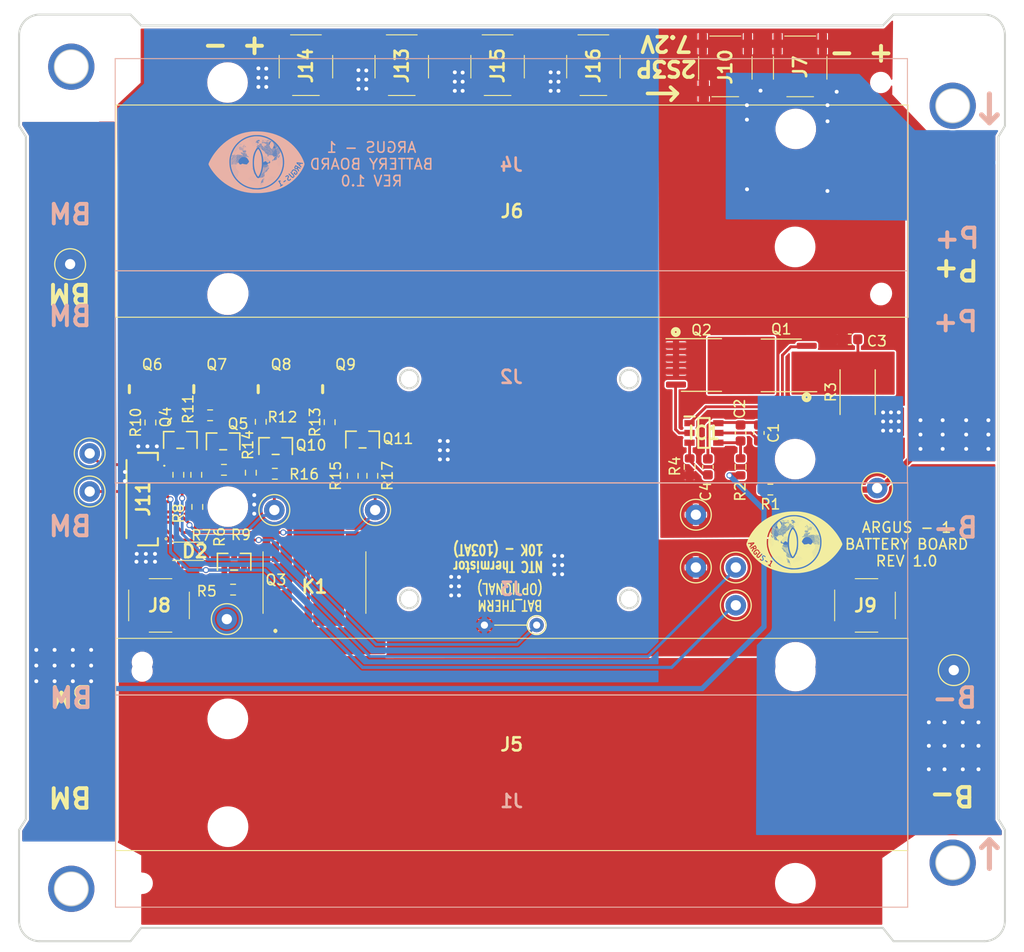
<source format=kicad_pcb>
(kicad_pcb (version 20221018) (generator pcbnew)
  (layers (0 "F.Cu" signal) (31 "B.Cu" signal) (34 "B.Paste" user) (35 "F.Paste" user) (36 "B.SilkS" user "B.Silkscreen") (37 "F.SilkS" user "F.Silkscreen") (38 "B.Mask" user) (39 "F.Mask" user) (44 "Edge.Cuts" user))
  (net 0 "")
  (net 1 "/VDD")
  (net 2 "B-")
  (net 3 "Net-(IC1-VC)")
  (net 4 "BM")
  (net 5 "PACK+")
  (net 6 "Net-(IC1-V-)")
  (net 9 "Net-(C3-Pad1)")
  (net 11 "BAT_THERM")
  (net 13 "Net-(Q1-D-Pad5)")
  (net 14 "Net-(IC1-DOUT)")
  (net 15 "Net-(IC1-COUT)")
  (net 16 "BURN_RELAY_A")
  (net 17 "GND")
  (net 18 "ENAB_BURN1")
  (net 19 "ENAB_BURN2")
  (net 20 "Net-(Q4-G)")
  (net 21 "Net-(Q5-G)")
  (net 22 "Net-(Q4-D)")
  (net 23 "/VBURN_A_IN")
  (net 24 "Net-(Q5-D)")
  (net 25 "VBATT")
  (net 26 "/VBURN3")
  (net 27 "/VBURN1")
  (net 28 "/VBURN2")
  (net 29 "/VBURN4")
  (net 30 "Net-(D2-A)")
  (net 31 "Net-(Q10-D)")
  (net 32 "Net-(Q11-D)")
  (net 33 "Net-(Q10-G)")
  (net 34 "Net-(Q11-G)")
  (net 35 "ENAB_BURN3")
  (net 36 "ENAB_BURN4")
  (net 37 "PACK-")
  (footprint "SamacSys_Parts:KEYSTONE-1042" (layer "F.Cu") (at 101.1174 124.8448 180)
    (fp_text reference locked "J5")
    (fp_text value "1042" hide)
  )
  (footprint "SamacSys_Parts:KEYSTONE-1042" (layer "F.Cu") (at 101.1428 72.945)
    (fp_text reference locked "J6")
    (fp_text value "1042" hide)
  )
  (footprint "Capacitor_SMD:C_0603_1608Metric" (layer "F.Cu") (at 125.15 94.532 -90)
    (fp_text reference locked "C1")
    (fp_text value "0.1uF")
  )
  (footprint "Capacitor_SMD:C_0603_1608Metric" (layer "F.Cu") (at 123.372 94.532 -90)
    (fp_text reference locked "C2")
    (fp_text value "0.1uF")
  )
  (footprint "Capacitor_SMD:C_0603_1608Metric" (layer "F.Cu") (at 120.197 97.834 -90)
    (fp_text reference locked "C4")
    (fp_text value "0.1uF")
  )
  (footprint "Capacitor_SMD:C_0603_1608Metric" (layer "F.Cu") (at 133.998 85.4165 180)
    (fp_text reference locked "C3")
    (fp_text value "0.1uF")
  )
  (footprint "Resistor_SMD:R_0603_1608Metric" (layer "F.Cu") (at 126.27 100.04 180)
    (fp_text reference locked "R1")
    (fp_text value "330")
  )
  (footprint "Resistor_SMD:R_0603_1608Metric" (layer "F.Cu") (at 123.372 97.834 90)
    (fp_text reference locked "R2")
    (fp_text value "330")
  )
  (footprint "Package_SO:SOIC-8_3.9x4.9mm_P1.27mm" (layer "F.Cu") (at 119.57 87.92)
    (fp_text reference locked "Q2")
    (fp_text value "IRF7458")
  )
  (footprint "Package_SO:SOIC-8_3.9x4.9mm_P1.27mm" (layer "F.Cu") (at 127.3305 87.9565 180)
    (fp_text reference locked "Q1")
    (fp_text value "IRF7458")
  )
  (footprint "Resistor_SMD:R_0603_1608Metric" (layer "F.Cu") (at 118.419 97.834 -90)
    (fp_text reference locked "R4")
    (fp_text value "1K")
  )
  (footprint "Resistor_SMD:R_2512_6332Metric" (layer "F.Cu") (at 134.76 90.56 90)
    (fp_text reference locked "R3")
    (fp_text value "0.01")
  )
  (footprint "TestPoint:TestPoint_Loop_D1.80mm_Drill1.0mm_Beaded" (layer "F.Cu") (at 144.11 117.61)
    (fp_text reference "TP1" hide)
    (fp_text value "TestPoint")
  )
  (footprint "TestPoint:TestPoint_Loop_D1.80mm_Drill1.0mm_Beaded" (layer "F.Cu") (at 58.166 78.105)
    (fp_text reference "TP2" hide)
    (fp_text value "TestPoint")
  )
  (footprint "TestPoint:TestPoint_Loop_D1.80mm_Drill1.0mm_Beaded" (layer "F.Cu") (at 119.0244 102.489)
    (fp_text reference "TP3" hide)
    (fp_text value "TestPoint")
  )
  (footprint "TestPoint:TestPoint_Loop_D1.80mm_Drill1.0mm_Beaded" (layer "F.Cu") (at 136.652 99.8982)
    (fp_text reference "TP4" hide)
    (fp_text value "TestPoint")
  )
  (footprint "SamacSys_Parts:SM02BSFHRSTFLFSN" (layer "F.Cu") (at 129.17 58.86 -90)
    (fp_text reference locked "J7")
    (fp_text value "SM02B-SFHRS-TF_LF__SN_" hide)
  )
  (footprint "Resistor_THT:R_Axial_DIN0204_L3.6mm_D1.6mm_P5.08mm_Vertical" (layer "F.Cu") (at 103.54 113.23 180)
    (fp_text reference "TH1" hide)
    (fp_text value "Thermistor")
  )
  (footprint "custom-footprints:MountingHole_3.2mm_M3_DIN965_PadMOD" (layer "F.Cu") (at 144.0053 136.3499)
    (fp_text reference "H4" hide)
    (fp_text value "MountingHole_Pad")
  )
  (footprint "custom-footprints:MountingHole_3.2mm_M3_DIN965_PadMOD" (layer "F.Cu") (at 58.2803 58.8899)
    (fp_text reference "H2" hide)
    (fp_text value "MountingHole_Pad")
  )
  (footprint "custom-footprints:MountingHole_3.2mm_M3_DIN965_PadMOD" (layer "F.Cu") (at 58.2803 138.8899)
    (fp_text reference "H1" hide)
    (fp_text value "MountingHole_Pad")
  )
  (footprint "SamacSys_Parts:914620389" (layer "F.Cu") (at 81.93 109.49)
    (fp_text reference locked "K1")
    (fp_text value "9-1462038-9" hide)
  )
  (footprint "mainboard:NDS8434" (layer "F.Cu") (at 66.6119 88.07)
    (fp_text reference locked "Q6")
    (fp_text value "NDS8434" hide)
  )
  (footprint "TestPoint:TestPoint_Loop_D1.80mm_Drill1.0mm_Beaded" (layer "F.Cu") (at 119.0244 107.6198)
    (fp_text reference "TP5" hide)
    (fp_text value "TestPoint")
  )
  (footprint "SamacSys_Parts:POWERDI_123" (layer "F.Cu") (at 70.297 106.045)
    (fp_text reference "D2")
    (fp_text value "DFLS130L-7" hide)
  )
  (footprint "Resistor_SMD:R_0603_1608Metric" (layer "F.Cu") (at 70.4342 98.6028 -90)
    (fp_text reference locked "R6")
    (fp_text value "10k")
  )
  (footprint "SamacSys_Parts:SM02BSFHRSTFLFSN" (layer "F.Cu") (at 90.42 58.74 -90)
    (fp_text reference locked "J13")
    (fp_text value "SM02B-SFHRS-TF_LF__SN_" hide)
  )
  (footprint "Resistor_SMD:R_0603_1608Metric" (layer "F.Cu") (at 70.5358 101.727 -90)
    (fp_text reference locked "R7")
    (fp_text value "10k")
  )
  (footprint "Resistor_SMD:R_0603_1608Metric" (layer "F.Cu") (at 78.0796 98.5012)
    (fp_text reference locked "R16")
    (fp_text value "10k")
  )
  (footprint "Resistor_SMD:R_0603_1608Metric" (layer "F.Cu") (at 76.708 93.4466 90)
    (fp_text reference locked "R12")
    (fp_text value "100k")
  )
  (footprint "TestPoint:TestPoint_Loop_D1.80mm_Drill1.0mm_Beaded" (layer "F.Cu") (at 73.406 112.649)
    (fp_text reference "TP6" hide)
    (fp_text value "TestPoint")
  )
  (footprint "mainboard:NDS8434" (layer "F.Cu") (at 72.877933 88.07)
    (fp_text reference locked "Q7")
    (fp_text value "NDS8434" hide)
  )
  (footprint "Resistor_SMD:R_0603_1608Metric" (layer "F.Cu") (at 71.7804 92.8116 180)
    (fp_text reference locked "R11")
    (fp_text value "100k")
  )
  (footprint "SamacSys_Parts:SM02BSFHRSTFLFSN" (layer "F.Cu") (at 109.06 58.74 -90)
    (fp_text reference locked "J16")
    (fp_text value "SM02B-SFHRS-TF_LF__SN_" hide)
  )
  (footprint "TestPoint:TestPoint_Loop_D1.80mm_Drill1.0mm_Beaded" (layer "F.Cu") (at 122.9106 111.3028)
    (fp_text reference "TP7" hide)
    (fp_text value "TestPoint")
  )
  (footprint "Resistor_SMD:R_0603_1608Metric" (layer "F.Cu") (at 83.4094 93.4842 90)
    (fp_text reference locked "R13")
    (fp_text value "100k")
  )
  (footprint "TestPoint:TestPoint_Loop_D1.80mm_Drill1.0mm_Beaded" (layer "F.Cu") (at 78.0288 102.0318)
    (fp_text reference "TP10" hide)
    (fp_text value "TestPoint")
  )
  (footprint "Resistor_SMD:R_0603_1608Metric" (layer "F.Cu") (at 75.7428 98.3996 -90)
    (fp_text reference locked "R14")
    (fp_text value "4.7k")
  )
  (footprint "SamacSys_Parts:SM02BSFHRSTFLFSN" (layer "F.Cu") (at 66.81 111.3126)
    (fp_text reference locked "J8")
    (fp_text value "SM02B-SFHRS-TF_LF__SN_" hide)
  )
  (footprint "mainboard:SOT-23" (layer "F.Cu") (at 74.1172 107.061)
    (fp_text reference locked "Q3")
    (fp_text value "MMBT2222AT" hide)
  )
  (footprint "Resistor_SMD:R_0603_1608Metric" (layer "F.Cu") (at 87.5588 98.7044 90)
    (fp_text reference locked "R17")
    (fp_text value "10k")
  )
  (footprint "Resistor_SMD:R_0603_1608Metric" (layer "F.Cu") (at 85.6488 98.7044 -90)
    (fp_text reference locked "R15")
    (fp_text value "4.7k")
  )
  (footprint "mainboard:SOT-23" (layer "F.Cu") (at 78.1558 95.8088)
    (fp_text reference locked "Q10")
    (fp_text value "IRLML2803" hide)
  )
  (footprint "SamacSys_Parts:SM02BSFHRSTFLFSN" (layer "F.Cu") (at 135.4738 111.3126)
    (fp_text reference locked "J9")
    (fp_text value "SM02B-SFHRS-TF_LF__SN_" hide)
  )
  (footprint "SamacSys_Parts:SM02BSFHRSTFLFSN" (layer "F.Cu") (at 81.1 58.74 -90)
    (fp_text reference locked "J14")
    (fp_text value "SM02B-SFHRS-TF_LF__SN_" hide)
  )
  (footprint "SamacSys_Parts:F3311A7H121014E200" (layer "F.Cu") (at 65.175 100.97 -90)
    (fp_text reference locked "J11")
    (fp_text value "F3311A7H121014E200" hide)
  )
  (footprint "Symbol:Argus LOGO 10x6.4" (layer "F.Cu") (at 128.4732 105.1306)
    (fp_text reference "G***" hide)
    (fp_text value "LOGO" hide)
  )
  (footprint "mainboard:SOT-23" (layer "F.Cu") (at 73.0504 95.3516)
    (fp_text reference locked "Q5")
    (fp_text value "IRLML2803" hide)
  )
  (footprint "mainboard:NDS8434" (layer "F.Cu") (at 85.41 88.07)
    (fp_text reference locked "Q9")
    (fp_text value "NDS8434" hide)
  )
  (footprint "SamacSys_Parts:SOT95P280X140-6N" (layer "F.Cu") (at 119.8088 94.5286)
    (fp_text reference locked "IC1")
    (fp_text value "R5460N233AF-TR-FE" hide)
  )
  (footprint "TestPoint:TestPoint_Loop_D1.80mm_Drill1.0mm_Beaded" (layer "F.Cu") (at 87.8332 102.0318)
    (fp_text reference "TP11" hide)
    (fp_text value "TestPoint")
  )
  (footprint "Resistor_SMD:R_0603_1608Metric" (layer "F.Cu") (at 65.9748 93.5154 90)
    (fp_text reference locked "R10")
    (fp_text value "100k")
  )
  (footprint "TestPoint:TestPoint_Loop_D1.80mm_Drill1.0mm_Beaded" (layer "F.Cu") (at 60.071 100.2284)
    (fp_text reference "TP12" hide)
    (fp_text value "TestPoint")
  )
  (footprint "SamacSys_Parts:SM02BSFHRSTFLFSN" (layer "F.Cu") (at 99.74 58.74 -90)
    (fp_text reference locked "J15")
    (fp_text value "SM02B-SFHRS-TF_LF__SN_" hide)
  )
  (footprint "TestPoint:TestPoint_Loop_D1.80mm_Drill1.0mm_Beaded" (layer "F.Cu") (at 60.071 96.52)
    (fp_text reference "TP9" hide)
    (fp_text value "TestPoint")
  )
  (footprint "Resistor_SMD:R_0603_1608Metric" (layer "F.Cu") (at 73.1266 98.1202 180)
    (fp_text reference locked "R9")
    (fp_text value "4.7k")
  )
  (footprint "mainboard:NDS8434" (layer "F.Cu") (at 79.143966 88.07)
    (fp_text reference locked "Q8")
    (fp_text value "NDS8434" hide)
  )
  (footprint "Resistor_SMD:R_0603_1608Metric" (layer "F.Cu") (at 74.0156 109.7788)
    (fp_text reference locked "R5")
    (fp_text value "10k")
  )
  (footprint "Resistor_SMD:R_0603_1608Metric" (layer "F.Cu") (at 68.692 98.6028 -90)
    (fp_text reference locked "R8")
    (fp_text value "4.7k")
  )
  (footprint "mainboard:SOT-23" (layer "F.Cu") (at 68.8848 95.2119)
    (fp_text reference locked "Q4")
    (fp_text value "IRLML2803" hide)
  )
  (footprint "mainboard:SOT-23" (layer "F.Cu") (at 86.6088 95.1744)
    (fp_text reference locked "Q11")
    (fp_text value "IRLML2803" hide)
  )
  (footprint "TestPoint:TestPoint_Loop_D1.80mm_Drill1.0mm_Beaded" (layer "F.Cu") (at 122.9106 107.6198)
    (fp_text reference "TP8" hide)
    (fp_text value "TestPoint")
  )
  (footprint "SamacSys_Parts:SM02BSFHRSTFLFSN" (layer "F.Cu") (at 121.89 58.86 -90)
    (fp_text reference locked "J10")
    (fp_text value "SM02B-SFHRS-TF_LF__SN_" hide)
  )
  (footprint "SamacSys_Parts:KEYSTONE-1042" (layer "B.Cu") (at 101.0764 89.0788)
    (fp_text reference locked "J2")
    (fp_text value "1042" hide)
  )
  (footprint "SamacSys_Parts:KEYSTONE-1042" (layer "B.Cu") (at 101.1018 130.3538 180)
    (fp_text reference locked "J1")
    (fp_text value "1042" hide)
  )
  (footprint "SamacSys_Parts:KEYSTONE-1042" (layer "B.Cu") (at 101.1018 109.7036 180)
    (fp_text reference locked "J3")
    (fp_text value "1042" hide)
  )
  (footprint "custom-footprints:MountingHole_3.2mm_M3_DIN965_PadMOD" (layer "B.Cu") (at 144.0053 62.6899 180)
    (fp_text reference "H3" hide)
    (fp_text value "MountingHole_Pad")
  )
  (footprint "SamacSys_Parts:KEYSTONE-1042" (layer "B.Cu") (at 101.0764 68.4286)
    (fp_text reference locked "J4")
    (fp_text value "1042" hide)
  )
  (footprint "Symbol:Argus LOGO 10x6.4" (layer "B.Cu") (at 76.4286 68.1482 180)
    (fp_text reference "G***" hide)
    (fp_text value "LOGO" hide)
  )
  (gr_line locked (start 148.336 63.5762) (end 147.574 64.3382) (stroke (width 0.5)) (layer "B.SilkS"))
  (gr_line locked (start 146.812 63.5762) (end 147.574 64.3382) (stroke (width 0.5)) (layer "B.SilkS"))
  (gr_line locked (start 147.574 136.906) (end 147.574 134.112) (stroke (width 0.5)) (layer "B.SilkS"))
  (gr_line locked (start 146.812 134.874) (end 147.574 134.112) (stroke (width 0.5)) (layer "B.SilkS"))
  (gr_line locked (start 148.336 134.874) (end 147.574 134.112) (stroke (width 0.5)) (layer "B.SilkS"))
  (gr_line locked (start 147.574 61.5442) (end 147.574 64.3382) (stroke (width 0.5)) (layer "B.SilkS"))
  (gr_circle locked (center 129.794 91.059) (end 129.8702 91.0844) (stroke (width 0.4)) (fill none) (layer "F.SilkS"))
  (gr_line locked (start 114.3254 61.4934) (end 117.221 61.4934) (stroke (width 0.355)) (layer "F.SilkS"))
  (gr_circle locked (center 117.0686 84.709) (end 117.1448 84.7344) (stroke (width 0.4)) (fill none) (layer "F.SilkS"))
  (gr_line locked (start 117.221 61.4934) (end 116.6114 62.1538) (stroke (width 0.355)) (layer "F.SilkS"))
  (gr_line locked (start 117.221 61.4934) (end 116.5606 60.8838) (stroke (width 0.355)) (layer "F.SilkS"))
  (gr_line locked (start 137.2105 142.694172) (end 138.2458 143.99) (stroke (width 0.2)) (layer "Edge.Cuts"))
  (gr_circle locked (center 58.28 58.9) (end 56.68 58.9) (stroke (width 0.2)) (fill none) (layer "Edge.Cuts"))
  (gr_line locked (start 53.863645 132.1155) (end 53.2 133.1508) (stroke (width 0.2)) (layer "Edge.Cuts"))
  (gr_line locked (start 65.0745 54.877968) (end 137.2105 54.877968) (stroke (width 0.2)) (layer "Edge.Cuts"))
  (gr_circle locked (center 58.28 138.9) (end 56.68 138.9) (stroke (width 0.2)) (fill none) (layer "Edge.Cuts"))
  (gr_circle locked (center 112.535 110.682582) (end 111.635 110.682582) (stroke (width 0.2)) (fill none) (layer "Edge.Cuts"))
  (gr_line locked (start 55.2 143.99) (end 64.0392 143.99) (stroke (width 0.2)) (layer "Edge.Cuts"))
  (gr_arc locked (start 53.2 55.82) (mid 53.785776 54.405757) (end 55.2 53.82) (stroke (width 0.2)) (layer "Edge.Cuts"))
  (gr_line locked (start 53.2 133.1508) (end 53.2 141.99) (stroke (width 0.2)) (layer "Edge.Cuts"))
  (gr_line locked (start 137.2105 54.877968) (end 138.2458 53.82) (stroke (width 0.2)) (layer "Edge.Cuts"))
  (gr_line locked (start 138.2458 53.82) (end 147.085 53.82) (stroke (width 0.2)) (layer "Edge.Cuts"))
  (gr_line locked (start 148.457179 65.6945) (end 148.457179 132.1155) (stroke (width 0.2)) (layer "Edge.Cuts"))
  (gr_line locked (start 55.2 53.82) (end 64.0392 53.82) (stroke (width 0.2)) (layer "Edge.Cuts"))
  (gr_line locked (start 64.0392 53.82) (end 65.0745 54.877968) (stroke (width 0.2)) (layer "Edge.Cuts"))
  (gr_circle locked (center 112.535 89.282582) (end 111.635 89.282582) (stroke (width 0.2)) (fill none) (layer "Edge.Cuts"))
  (gr_line locked (start 149.085 64.6592) (end 148.457179 65.6945) (stroke (width 0.2)) (layer "Edge.Cuts"))
  (gr_line locked (start 148.457179 132.1155) (end 149.085 133.1508) (stroke (width 0.2)) (layer "Edge.Cuts"))
  (gr_circle locked (center 144.005 62.7) (end 142.405 62.7) (stroke (width 0.2)) (fill none) (layer "Edge.Cuts"))
  (gr_line locked (start 65.0745 142.694172) (end 137.2105 142.694172) (stroke (width 0.2)) (layer "Edge.Cuts"))
  (gr_line locked (start 138.2458 143.99) (end 147.085 143.99) (stroke (width 0.2)) (layer "Edge.Cuts"))
  (gr_line locked (start 53.863645 65.6945) (end 53.863645 132.1155) (stroke (width 0.2)) (layer "Edge.Cuts"))
  (gr_arc locked (start 149.085 141.99) (mid 148.499213 143.404213) (end 147.085 143.99) (stroke (width 0.2)) (layer "Edge.Cuts"))
  (gr_circle locked (center 91.135 110.682582) (end 90.235 110.682582) (stroke (width 0.2)) (fill none) (layer "Edge.Cuts"))
  (gr_line locked (start 53.2 64.6592) (end 53.863645 65.6945) (stroke (width 0.2)) (layer "Edge.Cuts"))
  (gr_arc locked (start 55.2 143.99) (mid 53.785803 143.404201) (end 53.2 141.99) (stroke (width 0.2)) (layer "Edge.Cuts"))
  (gr_line locked (start 64.0392 143.99) (end 65.0745 142.694172) (stroke (width 0.2)) (layer "Edge.Cuts"))
  (gr_line locked (start 149.085 133.1508) (end 149.085 141.99) (stroke (width 0.2)) (layer "Edge.Cuts"))
  (gr_line locked (start 149.085 55.82) (end 149.085 64.6592) (stroke (width 0.2)) (layer "Edge.Cuts"))
  (gr_circle locked (center 144.005 136.36) (end 142.405 136.36) (stroke (width 0.2)) (fill none) (layer "Edge.Cuts"))
  (gr_line locked (start 53.2 55.82) (end 53.2 64.6592) (stroke (width 0.2)) (layer "Edge.Cuts"))
  (gr_arc locked (start 147.085 53.82) (mid 148.499214 54.405786) (end 149.085 55.82) (stroke (width 0.2)) (layer "Edge.Cuts"))
  (gr_circle locked (center 91.135 89.282582) (end 90.235 89.282582) (stroke (width 0.2)) (fill none) (layer "Edge.Cuts"))
  (gr_text locked "BM" (at 58.166 103.632) (layer "B.SilkS") (effects (font (size 1.905 1.905) (thickness 0.381)) (justify mirror)))
  (gr_text locked "BM" (at 58.166 83.185) (layer "B.SilkS") (effects (font (size 1.905 1.905) (thickness 0.381)) (justify mirror)))
  (gr_text locked "BM" (at 58.166 73.279) (layer "B.SilkS") (effects (font (size 1.905 1.905) (thickness 0.381)) (justify mirror)))
  (gr_text locked "BM" (at 58.2676 120.3452) (layer "B.SilkS") (effects (font (size 1.905 1.905) (thickness 0.381)) (justify mirror)))
  (gr_text locked "B-" (at 144.1958 120.3198) (layer "B.SilkS") (effects (font (size 1.905 1.905) (thickness 0.381)) (justify mirror)))
  (gr_text locked "B-" (at 144.272 103.759) (layer "B.SilkS") (effects (font (size 1.905 1.905) (thickness 0.381)) (justify mirror)))
  (gr_text locked "P+" (at 144.272 83.693) (layer "B.SilkS") (effects (font (size 1.905 1.905) (thickness 0.381)) (justify mirror)))
  (gr_text locked "P+" (at 144.4244 75.5904) (layer "B.SilkS") (effects (font (size 1.905 1.905) (thickness 0.381)) (justify mirror)))
  (gr_text "ARGUS - 1\nBATTERY BOARD\nREV 1.0" (at 87.4776 70.612) (layer "B.SilkS") (effects (font (size 1.016 1.016) (thickness 0.1524)) (justify bottom mirror)))
  (gr_text locked "BM" (at 58.2676 120.1166 180) (layer "F.SilkS") (effects (font (size 1.905 1.905) (thickness 0.381))))
  (gr_text locked "B-" (at 143.9418 129.8448 180) (layer "F.SilkS") (effects (font (size 1.905 1.905) (thickness 0.381))))
  (gr_text locked "P+" (at 144.33 78.66 180) (layer "F.SilkS") (effects (font (size 1.905 1.905) (thickness 0.381))))
  (gr_text locked "BM" (at 58.0898 80.9752 180) (layer "F.SilkS") (effects (font (size 1.905 1.905) (thickness 0.381))))
  (gr_text locked "- +" (at 135.128 57.4548) (layer "F.SilkS") (effects (font (size 1.905 1.905) (thickness 0.381))))
  (gr_text locked "NTC Thermistor\n10K - (103AT)" (at 99.7966 106.7054 180) (layer "F.SilkS") (effects (font (size 1.016 0.762) (thickness 0.1905) bold)))
  (gr_text locked "2S3P\n7.2V" (at 116.1288 57.8612 180) (layer "F.SilkS") (effects (font (size 1.5 1.5) (thickness 0.355) bold)))
  (gr_text locked "BAT_THERM\n(OPTIONAL)" (at 100.9396 110.49 180) (layer "F.SilkS") (effects (font (size 1.016 0.762) (thickness 0.1524) bold)))
  (gr_text "- +" (at 74.1934 56.7182) (layer "F.SilkS") (effects (font (size 1.905 1.905) (thickness 0.381))))
  (gr_text locked "BM" (at 58.16 129.96 180) (layer "F.SilkS") (effects (font (size 1.905 1.905) (thickness 0.381))))
  (gr_text "ARGUS - 1\nBATTERY BOARD\nREV 1.0" (at 139.5222 107.5944) (layer "F.SilkS") (effects (font (size 1.016 1.016) (thickness 0.1524)) (justify bottom)))
  (segment (start 125.4825 95.652) (end 125.4825 100.04) (width 0.2794) (layer "F.Cu") (net 1))
  (segment (start 124.388 94.532) (end 125.15 95.294) (width 0.2794) (layer "F.Cu") (net 1))
  (segment (start 121.216 94.532) (end 124.388 94.532) (width 0.2794) (layer "F.Cu") (net 1))
  (segment (start 125.15 95.3195) (end 125.4825 95.652) (width 0.2794) (layer "F.Cu") (net 1))
  (segment (start 125.15 95.294) (end 125.15 95.3195) (width 0.2794) (layer "F.Cu") (net 1))
  (segment (start 124.9215 93.516) (end 125.15 93.7445) (width 0.2794) (layer "F.Cu") (net 2))
  (segment (start 120.197 97.0465) (end 120.197 93.8216) (width 0.2794) (layer "F.Cu") (net 2))
  (segment (start 123.372 93.516) (end 124.9215 93.516) (width 0.2794) (layer "F.Cu") (net 2))
  (segment (start 133.0285 93.7445) (end 133.2145 93.5585) (width 0.2794) (layer "F.Cu") (net 2))
  (segment (start 120.4366 93.582) (end 121.216 93.582) (width 0.2794) (layer "F.Cu") (net 2))
  (segment (start 120.197 93.8216) (end 120.4366 93.582) (width 0.2794) (layer "F.Cu") (net 2))
  (segment (start 121.282 93.516) (end 123.372 93.516) (width 0.2794) (layer "F.Cu") (net 2))
  (segment (start 121.216 93.582) (end 121.282 93.516) (width 0.2794) (layer "F.Cu") (net 2))
  (segment (start 123.372 93.7445) (end 123.372 93.516) (width 0.2794) (layer "F.Cu") (net 2))
  (segment (start 125.15 93.7445) (end 133.0285 93.7445) (width 0.2794) (layer "F.Cu") (net 2))
  (via (at 143.21 124.976) (size 0.5842) (drill 0.381) (layers "F.Cu" "B.Cu") (net 2))
  (via (at 146.512 124.976) (size 0.5842) (drill 0.381) (layers "F.Cu" "B.Cu") (net 2))
  (via (at 144.988 124.976) (size 0.5842) (drill 0.381) (layers "F.Cu" "B.Cu") (net 2))
  (via (at 141.686 124.976) (size 0.5842) (drill 0.381) (layers "F.Cu" "B.Cu") (net 2))
  (via (at 146.512 127.262) (size 0.5842) (drill 0.381) (layers "F.Cu" "B.Cu") (net 2))
  (via (at 141.686 127.262) (size 0.5842) (drill 0.381) (layers "F.Cu" "B.Cu") (net 2))
  (via (at 143.21 127.262) (size 0.5842) (drill 0.381) (layers "F.Cu" "B.Cu") (net 2))
  (via (at 144.988 127.262) (size 0.5842) (drill 0.381) (layers "F.Cu" "B.Cu") (net 2))
  (via (at 137.9985 93.4175) (size 0.5842) (drill 0.381) (layers "F.Cu" "B.Cu") (net 2))
  (via (at 138.7605 93.4175) (size 0.5842) (drill 0.381) (layers "F.Cu" "B.Cu") (net 2))
  (via (at 137.2365 93.4175) (size 0.5842) (drill 0.381) (layers "F.Cu" "B.Cu") (net 2))
  (via (at 137.9985 94.3065) (size 0.5842) (drill 0.381) (layers "F.Cu" "B.Cu") (net 2))
  (via (at 137.2365 94.3065) (size 0.5842) (drill 0.381) (layers "F.Cu" "B.Cu") (net 2))
  (via (at 138.7605 94.3065) (size 0.5842) (drill 0.381) (layers "F.Cu" "B.Cu") (net 2))
  (via (at 137.9985 92.5285) (size 0.5842) (drill 0.381) (layers "F.Cu" "B.Cu") (net 2))
  (via (at 141.686 122.69) (size 0.5842) (drill 0.381) (layers "F.Cu" "B.Cu") (net 2))
  (via (at 146.512 122.69) (size 0.5842) (drill 0.381) (layers "F.Cu" "B.Cu") (net 2))
  (via (at 138.7605 92.5285) (size 0.5842) (drill 0.381) (layers "F.Cu" "B.Cu") (net 2))
  (via (at 137.2365 92.5285) (size 0.5842) (drill 0.381) (layers "F.Cu" "B.Cu") (net 2))
  (via (at 143.21 122.69) (size 0.5842) (drill 0.381) (layers "F.Cu" "B.Cu") (net 2))
  (via (at 144.988 122.69) (size 0.5842) (drill 0.381) (layers "F.Cu" "B.Cu") (net 2))
  (segment (start 121.216 95.482) (end 123.2095 95.482) (width 0.2794) (layer "F.Cu") (net 3))
  (segment (start 123.372 95.3195) (end 123.372 97.0465) (width 0.2794) (layer "F.Cu") (net 3))
  (segment (start 123.2095 95.482) (end 123.372 95.3195) (width 0.2794) (layer "F.Cu") (net 3))
  (segment (start 123.3653 98.6282) (end 122.337198 98.6282) (width 0.508) (layer "F.Cu") (net 4))
  (segment (start 122.330498 98.6215) (end 122.292498 98.6595) (width 0.2794) (layer "F.Cu") (net 4))
  (segment (start 122.337198 98.6282) (end 122.330498 98.6215) (width 0.508) (layer "F.Cu") (net 4))
  (segment (start 123.372 98.6215) (end 123.3653 98.6282) (width 0.508) (layer "F.Cu") (net 4))
  (via (at 54.876 117.166) (size 0.5842) (drill 0.381) (layers "F.Cu" "B.Cu") (net 4))
  (via (at 58.432 117.166) (size 0.5842) (drill 0.381) (layers "F.Cu" "B.Cu") (net 4))
  (via (at 56.654 117.166) (size 0.5842) (drill 0.381) (layers "F.Cu" "B.Cu") (net 4))
  (via (at 60.21 117.166) (size 0.5842) (drill 0.381) (layers "F.Cu" "B.Cu") (net 4))
  (via (at 60.21 118.69) (size 0.5842) (drill 0.381) (layers "F.Cu" "B.Cu") (net 4))
  (via (at 58.432 118.69) (size 0.5842) (drill 0.381) (layers "F.Cu" "B.Cu") (net 4))
  (via (at 54.876 118.69) (size 0.5842) (drill 0.381) (layers "F.Cu" "B.Cu") (net 4))
  (via (at 56.654 118.69) (size 0.5842) (drill 0.381) (layers "F.Cu" "B.Cu") (net 4))
  (via (at 56.654 115.642) (size 0.5842) (drill 0.381) (layers "F.Cu" "B.Cu") (net 4))
  (via (at 58.432 115.642) (size 0.5842) (drill 0.381) (layers "F.Cu" "B.Cu") (net 4))
  (via (at 54.876 115.642) (size 0.5842) (drill 0.381) (layers "F.Cu" "B.Cu") (net 4))
  (via (at 60.21 115.642) (size 0.5842) (drill 0.381) (layers "F.Cu" "B.Cu") (net 4))
  (via (at 122.292498 98.6595) (size 0.5842) (drill 0.381) (layers "F.Cu" "B.Cu") (net 4))
  (segment (start 119.634 119.4054) (end 60.9254 119.4054) (width 0.508) (layer "B.Cu") (net 4))
  (segment (start 125.6538 102.020802) (end 125.6538 113.3856) (width 0.508) (layer "B.Cu") (net 4))
  (segment (start 122.292498 98.6595) (end 122.272998 98.64) (width 0.508) (layer "B.Cu") (net 4))
  (segment (start 125.6538 113.3856) (end 119.634 119.4054) (width 0.508) (layer "B.Cu") (net 4))
  (segment (start 60.9254 119.4054) (end 60.21 118.69) (width 0.508) (layer "B.Cu") (net 4))
  (segment (start 122.292498 98.6595) (end 125.6538 102.020802) (width 0.508) (layer "B.Cu") (net 4))
  (segment (start 123.99 64.0434) (end 123.99 61.26) (width 1.016) (layer "F.Cu") (net 5))
  (segment (start 123.99 61.26) (end 125.278 61.26) (width 1.016) (layer "F.Cu") (net 5))
  (segment (start 124 70.82) (end 124 64.1762) (width 1.016) (layer "F.Cu") (net 5))
  (segment (start 132.72 61.33) (end 131.34 61.33) (width 1.016) (layer "F.Cu") (net 5))
  (segment (start 131.3346 61.3246) (end 131.27 61.26) (width 0.6096) (layer "F.Cu") (net 5))
  (segment (start 140.8615 93.2815) (end 140.87 93.29) (width 0.6096) (layer "F.Cu") (net 5))
  (segment (start 131.34 61.33) (end 131.27 61.26) (width 0.27178) (layer "F.Cu") (net 5))
  (segment (start 127.0575 100.04) (end 136.914 100.04) (width 0.6096) (layer "F.Cu") (net 5))
  (segment (start 124 64.1762) (end 123.9286 64.1048) (width 0.27178) (layer "F.Cu") (net 5))
  (segment (start 136.914 100.04) (end 140.87 96.084) (width 0.6096) (layer "F.Cu") (net 5))
  (segment (start 125.278 61.26) (end 125.314 61.224) (width 0.27178) (layer "F.Cu") (net 5))
  (segment (start 131.83 64.2017) (end 131.83 61.3155) (width 1.016) (layer "F.Cu") (net 5))
  (segment (start 131.83 64.2017) (end 131.83 70.9783) (width 1.016) (layer "F.Cu") (net 5))
  (via (at 140.87 94.687) (size 0.5842) (drill 0.381) (layers "F.Cu" "B.Cu") (net 5))
  (via (at 143.029 94.687) (size 0.5842) (drill 0.381) (layers "F.Cu" "B.Cu") (net 5))
  (via (at 145.315 94.687) (size 0.5842) (drill 0.381) (layers "F.Cu" "B.Cu") (net 5))
  (via (at 147.474 94.687) (size 0.5842) (drill 0.381) (layers "F.Cu" "B.Cu") (net 5))
  (via (at 145.315 96.084) (size 0.5842) (drill 0.381) (layers "F.Cu" "B.Cu") (net 5))
  (via (at 140.87 96.084) (size 0.5842) (drill 0.381) (layers "F.Cu" "B.Cu") (net 5))
  (via (at 143.029 96.084) (size 0.5842) (drill 0.381) (layers "F.Cu" "B.Cu") (net 5))
  (via (at 147.474 96.084) (size 0.5842) (drill 0.381) (layers "F.Cu" "B.Cu") (net 5))
  (via (at 147.474 93.29) (size 0.5842) (drill 0.381) (layers "F.Cu" "B.Cu") (net 5))
  (via (at 145.315 93.29) (size 0.5842) (drill 0.381) (layers "F.Cu" "B.Cu") (net 5))
  (via (at 140.87 93.29) (size 0.5842) (drill 0.381) (layers "F.Cu" "B.Cu") (net 5))
  (via (at 125.314 61.224) (size 0.5842) (drill 0.381) (layers "F.Cu" "B.Cu") (net 5))
  (via (at 131.8214 70.9869) (size 0.5842) (drill 0.381) (layers "F.Cu" "B.Cu") (net 5))
  (via (at 123.99 62.6364) (size 0.5842) (drill 0.381) (layers "F.Cu" "B.Cu") (net 5))
  (via (at 123.99 64.0434) (size 0.5842) (drill 0.381) (layers "F.Cu" "B.Cu") (net 5))
  (via (at 131.83 64.2017) (size 0.5842) (drill 0.381) (layers "F.Cu" "B.Cu") (net 5))
  (via (at 132.72 61.33) (size 0.5842) (drill 0.381) (layers "F.Cu" "B.Cu") (net 5))
  (via (at 131.83 62.6364) (size 0.5842) (drill 0.381) (layers "F.Cu" "B.Cu") (net 5))
  (via (at 124 70.82) (size 0.5842) (drill 0.381) (layers "F.Cu" "B.Cu") (net 5))
  (via (at 143.029 93.29) (size 0.5842) (drill 0.381) (layers "F.Cu" "B.Cu") (net 5))
  (segment (start 118.419 97.199) (end 119.8415 98.6215) (width 0.2794) (layer "F.Cu") (net 6))
  (segment (start 118.419 97.0465) (end 118.419 97.199) (width 0.2794) (layer "F.Cu") (net 6))
  (segment (start 119.8415 98.6215) (end 120.197 98.6215) (width 0.2794) (layer "F.Cu") (net 6))
  (segment (start 118.416 97.0435) (end 118.419 97.0465) (width 0.2794) (layer "F.Cu") (net 6))
  (segment (start 118.416 95.482) (end 118.416 97.0435) (width 0.2794) (layer "F.Cu") (net 6))
  (segment (start 134.7855 85.4165) (end 134.7855 87.6345) (width 0.27178) (layer "F.Cu") (net 9))
  (segment (start 134.7855 87.6345) (end 134.76 87.66) (width 0.27178) (layer "F.Cu") (net 9))
  (segment (start 64.00546 99.72294) (end 65.5084 98.22) (width 0.27178) (layer "F.Cu") (net 11))
  (segment (start 68.48 104.95) (end 67.28 103.75) (width 0.27178) (layer "F.Cu") (net 11))
  (segment (start 65.53864 103.72) (end 64.00546 102.18682) (width 0.27178) (layer "F.Cu") (net 11))
  (segment (start 67.28 103.75) (end 67.28 103.72) (width 0.27178) (layer "F.Cu") (net 11))
  (segment (start 67.28 103.72) (end 66.52 103.72) (width 0.27178) (layer "F.Cu") (net 11))
  (segment (start 60.071 100.2284) (end 63.5 100.2284) (width 0.27178) (layer "F.Cu") (net 11))
  (segment (start 64.00546 102.18682) (end 64.00546 99.72294) (width 0.27178) (layer "F.Cu") (net 11))
  (segment (start 66.52 103.72) (end 65.53864 103.72) (width 0.27178) (layer "F.Cu") (net 11))
  (segment (start 65.5084 98.22) (end 66.52 98.22) (width 0.27178) (layer "F.Cu") (net 11))
  (segment (start 63.5 100.2284) (end 64.00546 99.72294) (width 0.27178) (layer "F.Cu") (net 11))
  (segment (start 76.5048 104.95) (end 68.48 104.95) (width 0.27178) (layer "F.Cu") (net 11))
  (via (at 76.5048 104.95) (size 0.5842) (drill 0.381) (layers "F.Cu" "B.Cu") (net 11))
  (segment (start 101.6572 115.1128) (end 103.54 113.23) (width 0.27178) (layer "B.Cu") (net 11))
  (segment (start 76.5048 104.95) (end 77.772 104.95) (width 0.27178) (layer "B.Cu") (net 11))
  (segment (start 87.9348 115.1128) (end 101.6572 115.1128) (width 0.27178) (layer "B.Cu") (net 11))
  (segment (start 77.772 104.95) (end 87.9348 115.1128) (width 0.27178) (layer "B.Cu") (net 11))
  (segment (start 127.038 91.992) (end 120.006 91.992) (width 0.2794) (layer "F.Cu") (net 14))
  (segment (start 128.26 86.15) (end 129.707 86.15) (width 0.2794) (layer "F.Cu") (net 14))
  (segment (start 129.707 86.15) (end 129.8055 86.0515) (width 0.2794) (layer "F.Cu") (net 14))
  (segment (start 127.44 86.97) (end 127.44 91.59) (width 0.2794) (layer "F.Cu") (net 14))
  (segment (start 127.44 91.59) (end 127.038 91.992) (width 0.2794) (layer "F.Cu") (net 14))
  (segment (start 120.006 91.992) (end 118.416 93.582) (width 0.2794) (layer "F.Cu") (net 14))
  (segment (start 128.26 86.15) (end 127.44 86.97) (width 0.2794) (layer "F.Cu") (net 14))
  (segment (start 117.05 94.18) (end 117.05 89.87) (width 0.2794) (layer "F.Cu") (net 15))
  (segment (start 118.416 94.532) (end 117.402 94.532) (width 0.2794) (layer "F.Cu") (net 15))
  (segment (start 117.05 89.87) (end 117.095 89.825) (width 0.2794) (layer "F.Cu") (net 15))
  (segment (start 117.402 94.532) (end 117.05 94.18) (width 0.2794) (layer "F.Cu") (net 15))
  (segment (start 73.1647 108.0643) (end 73.1647 109.7529) (width 0.3048) (layer "F.Cu") (net 16))
  (segment (start 67.7 101.22) (end 67.93 100.99) (width 0.27178) (layer "F.Cu") (net 16))
  (segment (start 67.66 100.72) (end 67.93 100.99) (width 0.27178) (layer "F.Cu") (net 16))
  (segment (start 66.52 100.72) (end 67.66 100.72) (width 0.27178) (layer "F.Cu") (net 16))
  (segment (start 66.52 101.22) (end 67.7 101.22) (width 0.27178) (layer "F.Cu") (net 16))
  (segment (start 73.1647 109.7529) (end 73.1906 109.7788) (width 0.3048) (layer "F.Cu") (net 16))
  (segment (start 72.9742 107.8738) (end 73.1647 108.0643) (width 0.3048) (layer "F.Cu") (net 16))
  (segment (start 71.374 107.8738) (end 72.9742 107.8738) (width 0.3048) (layer "F.Cu") (net 16))
  (via (at 71.374 107.8738) (size 0.5842) (drill 0.381) (layers "F.Cu" "B.Cu") (net 16))
  (via (at 67.93 100.99) (size 0.5842) (drill 0.381) (layers "F.Cu" "B.Cu") (net 16))
  (segment (start 86.606417 117.348) (end 116.6622 117.348) (width 0.3048) (layer "B.Cu") (net 16))
  (segment (start 71.374 107.8738) (end 69.6738 107.8738) (width 0.3048) (layer "B.Cu") (net 16))
  (segment (start 67.93 106.13) (end 67.93 100.99) (width 0.3048) (layer "B.Cu") (net 16))
  (segment (start 71.374 107.8738) (end 77.132217 107.8738) (width 0.3048) (layer "B.Cu") (net 16))
  (segment (start 77.132217 107.8738) (end 86.606417 117.348) (width 0.3048) (layer "B.Cu") (net 16))
  (segment (start 69.6738 107.8738) (end 67.93 106.13) (width 0.3048) (layer "B.Cu") (net 16))
  (segment (start 116.6622 117.348) (end 122.9106 111.0996) (width 0.3048) (layer "B.Cu") (net 16))
  (segment (start 81.33 112.09) (end 81.33 106.09) (width 0.27178) (layer "F.Cu") (net 17))
  (segment (start 79.4467 107.9733) (end 74.3825 107.9733) (width 0.27178) (layer "F.Cu") (net 17))
  (segment (start 79.4467 107.9733) (end 81.33 109.8566) (width 0.27178) (layer "F.Cu") (net 17))
  (segment (start 81.33 109.8566) (end 81.33 112.09) (width 0.27178) (layer "F.Cu") (net 17))
  (via (at 76.4794 59.9694) (size 0.5842) (drill 0.381) (layers "F.Cu" "B.Cu") (net 17))
  (via (at 64.6176 107.061) (size 0.5842) (drill 0.381) (layers "F.Cu" "B.Cu") (net 17))
  (via (at 106.0196 106.5022) (size 0.5842) (drill 0.381) (layers "F.Cu" "B.Cu") (net 17))
  (via (at 106.0196 107.3912) (size 0.5842) (drill 0.381) (layers "F.Cu" "B.Cu") (net 17))
  (via (at 104.902 59.436) (size 0.5842) (drill 0.381) (layers "F.Cu" "B.Cu") (net 17))
  (via (at 94.8944 96.2152) (size 0.5842) (drill 0.381) (layers "F.Cu" "B.Cu") (net 17))
  (via (at 66.421 106.299) (size 0.5842) (drill 0.381) (layers "F.Cu" "B.Cu") (net 17))
  (via (at 105.2576 106.4768) (size 0.5842) (drill 0.381) (layers "F.Cu" "B.Cu") (net 17))
  (via (at 66.421 107.061) (size 0.5842) (drill 0.381) (layers "F.Cu" "B.Cu") (net 17))
  (via (at 105.664 59.4614) (size 0.5842) (drill 0.381) (layers "F.Cu" "B.Cu") (net 17))
  (via (at 95.9866 110.3376) (size 0.5842) (drill 0.381) (layers "F.Cu" "B.Cu") (net 17))
  (via (at 76.4794 59.055) (size 0.5842) (drill 0.381) (layers "F.Cu" "B.Cu") (net 17))
  (via (at 66.5988 95.8342) (size 0.5842) (drill 0.381) (layers "F.Cu" "B.Cu") (net 17))
  (via (at 105.2576 108.2802) (size 0.5842) (drill 0.381) (layers "F.Cu" "B.Cu") (net 17))
  (via (at 86.9696 60.1472) (size 0.5842) (drill 0.381) (layers "F.Cu" "B.Cu") (net 17))
  (via (at 95.2246 108.5342) (size 0.5842) (drill 0.381) (layers "F.Cu" "B.Cu") (net 17))
  (via (at 63.5 98.3234) (size 0.5842) (drill 0.381) (layers "F.Cu" "B.Cu") (net 17))
  (via (at 64.7954 95.8342) (size 0.5842) (drill 0.381) (layers "F.Cu" "B.Cu") (net 17))
  (via (at 95.2246 110.3376) (size 0.5842) (drill 0.381) (layers "F.Cu" "B.Cu") (net 17))
  (via (at 65.532 106.299) (size 0.5842) (drill 0.381) (layers "F.Cu" "B.Cu") (net 17))
  (via (at 94.1324 95.3008) (size 0.5842) (drill 0.381) (layers "F.Cu" "B.Cu") (net 17))
  (via (at 95.5802 61.2394) (size 0.5842) (drill 0.381) (layers "F.Cu" "B.Cu") (net 17))
  (via (at 105.664 61.2394) (size 0.5842) (drill 0.381) (layers "F.Cu" "B.Cu") (net 17))
  (via (at 95.9866 108.5596) (size 0.5842) (drill 0.381) (layers "F.Cu" "B.Cu") (net 17))
  (via (at 86.9696 61.0362) (size 0.5842) (drill 0.381) (layers "F.Cu" "B.Cu") (net 17))
  (via (at 104.902 61.2394) (size 0.5842) (drill 0.381) (layers "F.Cu" "B.Cu") (net 17))
  (via (at 96.3422 60.3504) (size 0.5842) (drill 0.381) (layers "F.Cu" "B.Cu") (net 17))
  (via (at 95.5802 60.3504) (size 0.5842) (drill 0.381) (layers "F.Cu" "B.Cu") (net 17))
  (via (at 95.5802 59.436) (size 0.5842) (drill 0.381) (layers "F.Cu" "B.Cu") (net 17))
  (via (at 94.8944 97.1042) (size 0.5842) (drill 0.381) (layers "F.Cu" "B.Cu") (net 17))
  (via (at 64.643 106.299) (size 0.5842) (drill 0.381) (layers "F.Cu" "B.Cu") (net 17))
  (via (at 104.902 60.3504) (size 0.5842) (drill 0.381) (layers "F.Cu" "B.Cu") (net 17))
  (via (at 94.1324 96.2152) (size 0.5842) (drill 0.381) (layers "F.Cu" "B.Cu") (net 17))
  (via (at 77.2414 59.9694) (size 0.5842) (drill 0.381) (layers "F.Cu" "B.Cu") (net 17))
  (via (at 105.2576 107.3912) (size 0.5842) (drill 0.381) (layers "F.Cu" "B.Cu") (net 17))
  (via (at 95.2246 109.4486) (size 0.5842) (drill 0.381) (layers "F.Cu" "B.Cu") (net 17))
  (via (at 86.2076 59.2328) (size 0.5842) (drill 0.381) (layers "F.Cu" "B.Cu") (net 17))
  (via (at 76.073 101.4984) (size 0.5842) (drill 0.381) (layers "F.Cu" "B.Cu") (net 17))
  (via (at 76.4794 60.8584) (size 0.5842) (drill 0.381) (layers "F.Cu" "B.Cu") (net 17))
  (via (at 95.9866 109.4486) (size 0.5842) (drill 0.381) (layers "F.Cu" "B.Cu") (net 17))
  (via (at 63.5 99.2124) (size 0.5842) (drill 0.381) (layers "F.Cu" "B.Cu") (net 17))
  (via (at 86.9696 59.2582) (size 0.5842) (drill 0.381) (layers "F.Cu" "B.Cu") (net 17))
  (via (at 76.073 102.3874) (size 0.5842) (drill 0.381) (layers "F.Cu" "B.Cu") (net 17))
  (via (at 86.2076 61.0362) (size 0.5842) (drill 0.381) (layers "F.Cu" "B.Cu") (net 17))
  (via (at 65.6844 95.8342) (size 0.5842) (drill 0.381) (layers "F.Cu" "B.Cu") (net 17))
  (via (at 96.3422 61.2394) (size 0.5842) (drill 0.381) (layers "F.Cu" "B.Cu") (net 17))
  (via (at 106.0196 108.2802) (size 0.5842) (drill 0.381) (layers "F.Cu" "B.Cu") (net 17))
  (via (at 77.2414 60.8584) (size 0.5842) (drill 0.381) (layers "F.Cu" "B.Cu") (net 17))
  (via (at 94.8944 95.3262) (size 0.5842) (drill 0.381) (layers "F.Cu" "B.Cu") (net 17))
  (via (at 96.3422 59.4614) (size 0.5842) (drill 0.381) (layers "F.Cu" "B.Cu") (net 17))
  (via (at 76.073 100.584) (size 0.5842) (drill 0.381) (layers "F.Cu" "B.Cu") (net 17))
  (via (at 65.532 107.061) (size 0.5842) (drill 0.381) (layers "F.Cu" "B.Cu") (net 17))
  (via (at 77.2414 59.0804) (size 0.5842) (drill 0.381) (layers "F.Cu" "B.Cu") (net 17))
  (via (at 86.2076 60.1472) (size 0.5842) (drill 0.381) (layers "F.Cu" "B.Cu") (net 17))
  (via (at 105.664 60.3504) (size 0.5842) (drill 0.381) (layers "F.Cu" "B.Cu") (net 17))
  (via (at 94.1324 97.1042) (size 0.5842) (drill 0.381) (layers "F.Cu" "B.Cu") (net 17))
  (segment (start 65.7098 100.4062) (end 65.7098 101.5492) (width 0.27178) (layer "F.Cu") (net 18))
  (segment (start 65.896 100.22) (end 65.7098 100.4062) (width 0.27178) (layer "F.Cu") (net 18))
  (segment (start 65.8806 101.72) (end 66.52 101.72) (width 0.27178) (layer "F.Cu") (net 18))
  (segment (start 68.962 99.4278) (end 70.612 97.7778) (width 0.27178) (layer "F.Cu") (net 18))
  (segment (start 67.2552 100.22) (end 67.9248 99.5504) (width 0.27178) (layer "F.Cu") (net 18))
  (segment (start 65.7098 101.5492) (end 65.8806 101.72) (width 0.27178) (layer "F.Cu") (net 18))
  (segment (start 66.52 100.22) (end 65.896 100.22) (width 0.27178) (layer "F.Cu") (net 18))
  (segment (start 69.0626 100.8888) (end 69.0626 99.7984) (width 0.27178) (layer "F.Cu") (net 18))
  (segment (start 66.52 100.22) (end 67.2552 100.22) (width 0.27178) (layer "F.Cu") (net 18))
  (segment (start 68.692 99.4278) (end 68.962 99.4278) (width 0.27178) (layer "F.Cu") (net 18))
  (segment (start 67.9248 99.5504) (end 68.5694 99.5504) (width 0.27178) (layer "F.Cu") (net 18))
  (segment (start 69.0626 99.7984) (end 68.692 99.4278) (width 0.27178) (layer "F.Cu") (net 18))
  (segment (start 68.5694 99.5504) (end 68.692 99.4278) (width 0.27178) (layer "F.Cu") (net 18))
  (via (at 69.0626 100.8888) (size 0.5842) (drill 0.381) (layers "F.Cu" "B.Cu") (net 18))
  (segment (start 122.9106 107.7468) (end 114.3762 116.2812) (width 0.27178) (layer "B.Cu") (net 18))
  (segment (start 69.0626 104.3432) (end 69.0626 100.8888) (width 0.27178) (layer "B.Cu") (net 18))
  (segment (start 114.3762 116.2812) (end 87.3252 116.2812) (width 0.27178) (layer "B.Cu") (net 18))
  (segment (start 122.9106 107.3658) (end 122.9106 107.7468) (width 0.27178) (layer "B.Cu") (net 18))
  (segment (start 87.3252 116.2812) (end 77.8764 106.8324) (width 0.27178) (layer "B.Cu") (net 18))
  (segment (start 71.5518 106.8324) (end 69.0626 104.3432) (width 0.27178) (layer "B.Cu") (net 18))
  (segment (start 77.8764 106.8324) (end 71.5518 106.8324) (width 0.27178) (layer "B.Cu") (net 18))
  (segment (start 67.6148 97.4344) (end 66.9544 96.774) (width 0.27178) (layer "F.Cu") (net 19))
  (segment (start 67.031 99.72) (end 67.6148 99.1362) (width 0.27178) (layer "F.Cu") (net 19))
  (segment (start 70.5358 100.6348) (end 72.3016 98.869) (width 0.27178) (layer "F.Cu") (net 19))
  (segment (start 65.2018 101.6508) (end 65.771 102.22) (width 0.27178) (layer "F.Cu") (net 19))
  (segment (start 66.52 99.72) (end 67.031 99.72) (width 0.27178) (layer "F.Cu") (net 19))
  (segment (start 66.52 99.72) (end 65.73044 99.72) (width 0.27178) (layer "F.Cu") (net 19))
  (segment (start 65.73044 99.72) (end 65.2018 100.24864) (width 0.27178) (layer "F.Cu") (net 19))
  (segment (start 70.5358 100.902) (end 70.2686 100.902) (width 0.27178) (layer "F.Cu") (net 19))
  (segment (start 65.2018 100.24864) (end 65.2018 101.6508) (width 0.27178) (layer "F.Cu") (net 19))
  (segment (start 67.6148 99.1362) (end 67.6148 97.4344) (width 0.27178) (layer "F.Cu") (net 19))
  (segment (start 70.5358 100.902) (end 70.5358 100.6348) (width 0.27178) (layer "F.Cu") (net 19))
  (segment (start 72.3016 98.869) (end 72.3016 98.1202) (width 0.27178) (layer "F.Cu") (net 19))
  (segment (start 65.771 102.22) (end 66.52 102.22) (width 0.27178) (layer "F.Cu") (net 19))
  (segment (start 66.52 102.22) (end 68.9506 102.22) (width 0.27178) (layer "F.Cu") (net 19))
  (segment (start 65.8114 96.774) (end 64.9732 97.6122) (width 0.27178) (layer "F.Cu") (net 19))
  (segment (start 66.9544 96.774) (end 65.8114 96.774) (width 0.27178) (layer "F.Cu") (net 19))
  (segment (start 70.2686 100.902) (end 68.9506 102.22) (width 0.27178) (layer "F.Cu") (net 19))
  (segment (start 61.1632 97.6122) (end 60.071 96.52) (width 0.27178) (layer "F.Cu") (net 19))
  (segment (start 64.9732 97.6122) (end 61.1632 97.6122) (width 0.27178) (layer "F.Cu") (net 19))
  (segment (start 67.9323 96.2152) (end 67.9323 97.0181) (width 0.27178) (layer "F.Cu") (net 20))
  (segment (start 67.9248 96.2227) (end 67.9323 96.2152) (width 0.27178) (layer "F.Cu") (net 20))
  (segment (start 67.9323 97.0181) (end 68.692 97.7778) (width 0.27178) (layer "F.Cu") (net 20))
  (segment (start 72.0979 96.3549) (end 73.8632 98.1202) (width 0.27178) (layer "F.Cu") (net 21))
  (segment (start 73.8632 98.1202) (end 73.9516 98.1202) (width 0.27178) (layer "F.Cu") (net 21))
  (segment (start 68.5169 90.6862) (end 68.5169 93.9677) (width 0.27178) (layer "F.Cu") (net 22))
  (segment (start 68.5169 93.9677) (end 68.8848 94.3356) (width 0.27178) (layer "F.Cu") (net 22))
  (segment (start 68.8848 94.3356) (end 65.9796 94.3356) (width 0.27178) (layer "F.Cu") (net 22))
  (segment (start 65.9796 94.3356) (end 65.9748 94.3404) (width 0.27178) (layer "F.Cu") (net 22))
  (segment (start 83.4094 90.7818) (end 83.505 90.6862) (width 0.27178) (layer "F.Cu") (net 23))
  (segment (start 70.9554 92.8116) (end 70.9554 90.703733) (width 0.27178) (layer "F.Cu") (net 23))
  (segment (start 76.708 92.6216) (end 77.238966 92.090634) (width 0.27178) (layer "F.Cu") (net 23))
  (segment (start 77.238966 92.090634) (end 77.238966 90.6862) (width 0.27178) (layer "F.Cu") (net 23))
  (segment (start 70.9554 90.703733) (end 70.972933 90.6862) (width 0.27178) (layer "F.Cu") (net 23))
  (segment (start 83.4094 92.6592) (end 83.4094 90.7818) (width 0.27178) (layer "F.Cu") (net 23))
  (segment (start 73.457633 92.8116) (end 72.6054 92.8116) (width 0.27178) (layer "F.Cu") (net 24))
  (segment (start 74.7268 90.742333) (end 74.782933 90.6862) (width 0.27178) (layer "F.Cu") (net 24))
  (segment (start 74.782933 91.4863) (end 73.457633 92.8116) (width 0.27178) (layer "F.Cu") (net 24))
  (segment (start 72.6054 94.0303) (end 73.0504 94.4753) (width 0.27178) (layer "F.Cu") (net 24))
  (segment (start 74.782933 90.6862) (end 74.782933 91.4863) (width 0.27178) (layer "F.Cu") (net 24))
  (segment (start 72.6054 92.8116) (end 72.6054 94.0303) (width 0.27178) (layer "F.Cu") (net 24))
  (segment (start 68.7 106.09) (end 68.7 108.63) (width 0.27178) (layer "F.Cu") (net 25))
  (segment (start 68.7 108.63) (end 69.21 109.14) (width 0.27178) (layer "F.Cu") (net 25))
  (segment (start 78.1263 106.0937) (end 78.13 106.09) (width 0.27178) (layer "F.Cu") (net 30))
  (segment (start 72.5163 106.09) (end 71.25 106.09) (width 0.27178) (layer "F.Cu") (net 30))
  (segment (start 72.52 106.0937) (end 73.43 106.0937) (width 0.27178) (layer "F.Cu") (net 30))
  (segment (start 71.2663 106.0937) (end 72.52 106.0937) (width 0.27178) (layer "F.Cu") (net 30))
  (segment (start 73.43 106.0937) (end 78.1263 106.0937) (width 0.27178) (layer "F.Cu") (net 30))
  (segment (start 72.52 106.0937) (end 72.5163 106.09) (width 0.27178) (layer "F.Cu") (net 30))
  (segment (start 77.4949 94.2716) (end 78.1558 94.9325) (width 0.27178) (layer "F.Cu") (net 31))
  (segment (start 76.708 94.2716) (end 77.4949 94.2716) (width 0.27178) (layer "F.Cu") (net 31))
  (segment (start 81.048966 92.039334) (end 81.048966 90.6862) (width 0.27178) (layer "F.Cu") (net 31))
  (segment (start 78.1558 94.9325) (end 81.048966 92.039334) (width 0.27178) (layer "F.Cu") (net 31))
  (segment (start 87.315 93.3323) (end 87.315 90.6862) (width 0.27178) (layer "F.Cu") (net 32))
  (segment (start 86.3294 94.3179) (end 87.315 93.3323) (width 0.27178) (layer "F.Cu") (net 32))
  (segment (start 83.4181 94.3179) (end 86.3294 94.3179) (width 0.27178) (layer "F.Cu") (net 32))
  (segment (start 83.4094 94.3092) (end 83.4181 94.3179) (width 0.27178) (layer "F.Cu") (net 32))
  (segment (start 75.7428 97.5746) (end 76.4408 97.5746) (width 0.27178) (layer "F.Cu") (net 33))
  (segment (start 76.4408 97.5746) (end 77.2033 96.8121) (width 0.27178) (layer "F.Cu") (net 33))
  (segment (start 85.6488 97.8794) (end 85.6488 96.1852) (width 0.27178) (layer "F.Cu") (net 34))
  (segment (start 85.6488 96.1852) (end 85.6563 96.1777) (width 0.27178) (layer "F.Cu") (net 34))
  (segment (start 64.80302 100.06838) (end 65.6514 99.22) (width 0.27178) (layer "F.Cu") (net 35))
  (segment (start 69.12 102.72) (end 69.7738 103.3738) (width 0.27178) (layer "F.Cu") (net 35))
  (segment (start 69.7738 103.3738) (end 69.7738 103.505) (width 0.27178) (layer "F.Cu") (net 35))
  (segment (start 65.70704 102.72) (end 64.80302 101.81598) (width 0.27178) (layer "F.Cu") (net 35))
  (segment (start 76.5312 99.2246) (end 77.2546 98.5012) (width 0.27178) (layer "F.Cu") (net 35))
  (segment (start 64.80302 101.81598) (end 64.80302 100.06838) (width 0.27178) (layer "F.Cu") (net 35))
  (segment (start 66.52 102.72) (end 65.70704 102.72) (width 0.27178) (layer "F.Cu") (net 35))
  (segment (start 69.7738 103.505) (end 69.905 103.505) (width 0.27178) (layer "F.Cu") (net 35))
  (segment (start 78.0288 102.0318) (end 78.0288 99.2754) (width 0.27178) (layer "F.Cu") (net 35))
  (segment (start 75.7428 99.2246) (end 76.5312 99.2246) (width 0.27178) (layer "F.Cu") (net 35))
  (segment (start 78.0288 99.2754) (end 77.2546 98.5012) (width 0.27178) (layer "F.Cu") (net 35))
  (segment (start 66.52 102.72) (end 69.12 102.72) (width 0.27178) (layer "F.Cu") (net 35))
  (segment (start 65.6514 99.22) (end 66.52 99.22) (width 0.27178) (layer "F.Cu") (net 35))
  (via (at 69.7738 103.505) (size 0.5842) (drill 0.381) (layers "F.Cu" "B.Cu") (net 35))
  (segment (start 75.311 104.14) (end 76.8858 102.5652) (width 0.27178) (layer "B.Cu") (net 35))
  (segment (start 76.8858 102.5652) (end 77.4954 102.5652) (width 0.27178) (layer "B.Cu") (net 35))
  (segment (start 69.7738 103.505) (end 70.4088 104.14) (width 0.27178) (layer "B.Cu") (net 35))
  (segment (start 77.4954 102.5652) (end 78.0288 102.0318) (width 0.27178) (layer "B.Cu") (net 35))
  (segment (start 70.4088 104.14) (end 75.311 104.14) (width 0.27178) (layer "B.Cu") (net 35))
  (segment (start 87.8332 99.8038) (end 87.5588 99.5294) (width 0.27178) (layer "F.Cu") (net 36))
  (segment (start 69.1162 104.2162) (end 77.7362 104.2162) (width 0.27178) (layer "F.Cu") (net 36))
  (segment (start 64.40424 99.9032) (end 64.40424 102.02164) (width 0.27178) (layer "F.Cu") (net 36))
  (segment (start 85.6488 99.5294) (end 87.5588 99.5294) (width 0.27178) (layer "F.Cu") (net 36))
  (segment (start 68.12 103.22) (end 69.1162 104.2162) (width 0.27178) (layer "F.Cu") (net 36))
  (segment (start 77.74 104.22) (end 77.7438 104.2162) (width 0.27178) (layer "F.Cu") (net 36))
  (segment (start 65.58744 98.72) (end 64.40424 99.9032) (width 0.27178) (layer "F.Cu") (net 36))
  (segment (start 66.52 98.72) (end 65.58744 98.72) (width 0.27178) (layer "F.Cu") (net 36))
  (segment (start 77.7438 104.2162) (end 78.8924 104.2162) (width 0.27178) (layer "F.Cu") (net 36))
  (segment (start 87.8332 102.235) (end 87.8332 99.8038) (width 0.27178) (layer "F.Cu") (net 36))
  (segment (start 65.6026 103.22) (end 66.52 103.22) (width 0.27178) (layer "F.Cu") (net 36))
  (segment (start 66.52 103.22) (end 68.12 103.22) (width 0.27178) (layer "F.Cu") (net 36))
  (segment (start 85.9282 99.8088) (end 85.6488 99.5294) (width 0.27178) (layer "F.Cu") (net 36))
  (segment (start 64.40424 102.02164) (end 65.6026 103.22) (width 0.27178) (layer "F.Cu") (net 36))
  (segment (start 77.7362 104.2162) (end 77.74 104.22) (width 0.27178) (layer "F.Cu") (net 36))
  (via (at 78.8924 104.2162) (size 0.5842) (drill 0.381) (layers "F.Cu" "B.Cu") (net 36))
  (segment (start 85.852 104.2162) (end 87.8332 102.235) (width 0.27178) (layer "B.Cu") (net 36))
  (segment (start 78.8924 104.2162) (end 85.852 104.2162) (width 0.27178) (layer "B.Cu") (net 36))
  (zone (net 0) (net_name "") (layer "F.Cu") (connect_pads (clearance 0)) (min_thickness 0.254)
    (keepout (tracks allowed) (vias allowed) (pads allowed) (copperpour not_allowed) (footprints allowed))
    (fill (thermal_gap 0.508) (thermal_bridge_width 0.508))
    (polygon (pts (xy 141.5542 65.190156) (xy 138.1252 61.595) (xy 138.2268 52.6796) (xy 149.86 52.832) (xy 149.8346 65.240956)))
  )
  (zone (net 2) (net_name "B-") (layer "F.Cu") (priority 2) (connect_pads yes (clearance 0.1524)) (min_thickness 0.1524) (fill yes (thermal_gap 0.254) (thermal_bridge_width 0.508))
    (polygon (pts (xy 139.274 94.83) (xy 132.67 94.83) (xy 132.67 92.036) (xy 139.274 92.036)))
  )
  (zone (net 37) (net_name "PACK-") (layer "F.Cu") (connect_pads (clearance 0.1524)) (min_thickness 0.1524) (fill yes (thermal_gap 0.1016) (thermal_bridge_width 1.016))
    (polygon (pts (xy 149.86 144.78) (xy 53.34 144.78) (xy 53.34 53.34) (xy 149.86 53.34)))
  )
  (zone (net 5) (net_name "PACK+") (layer "F.Cu") (priority 3) (connect_pads yes (clearance 0.254)) (min_thickness 0.1524) (fill yes (thermal_gap 0.1524) (thermal_bridge_width 0.508))
    (polygon (pts (xy 149.008 97.306067) (xy 139.61 97.306067) (xy 139.65 68.354067) (xy 149.048 68.354067)))
  )
  (zone (net 9) (net_name "Net-(C3-Pad1)") (layer "F.Cu") (priority 3) (connect_pads yes (clearance 0.1524)) (min_thickness 0.1524) (fill yes (thermal_gap 0.127) (thermal_bridge_width 0.508))
    (polygon (pts (xy 138.358 86.614) (xy 138.358 90.805) (xy 128.325 90.805) (xy 128.325 86.614)))
  )
  (zone (net 13) (net_name "Net-(Q1-D-Pad5)") (layer "F.Cu") (priority 3) (connect_pads yes (clearance 0.1524)) (min_thickness 0.1524) (fill yes (thermal_gap 0.127) (thermal_bridge_width 0.508))
    (polygon (pts (xy 126.696 90.748) (xy 120.17 90.758) (xy 120.17 85.17) (xy 126.696 85.16)))
  )
  (zone (net 4) (net_name "BM") (layer "F.Cu") (priority 3) (connect_pads yes (clearance 0.254)) (min_thickness 0.1524) (fill yes (thermal_gap 0.254) (thermal_bridge_width 0.508))
    (polygon (pts (xy 62.6364 134.1628) (xy 52.9844 134.1628) (xy 52.9944 64.2302) (xy 62.6464 64.2302)))
  )
  (zone (net 17) (net_name "GND") (layer "F.Cu") (priority 7) (connect_pads (clearance 0.1524)) (min_thickness 0.1524) (fill yes (thermal_gap 0.1016) (thermal_bridge_width 1.016))
    (polygon (pts (xy 62.6872 52.4002) (xy 115.1636 52.9336) (xy 115.413442 104.900799) (xy 140.3604 104.7496) (xy 140.4366 116.2558) (xy 63.0174 116.3066)))
  )
  (zone (net 29) (net_name "/VBURN4") (layer "F.Cu") (priority 7) (connect_pads yes (clearance 0.1524)) (min_thickness 0.25) (fill yes (thermal_gap 0.5) (thermal_bridge_width 0.5))
    (polygon (pts (xy 108.394437 59.041803) (xy 113.384437 59.041803) (xy 113.374437 65.791803) (xy 88.44 83.84) (xy 88.444437 87.481803) (xy 82.614437 87.511803) (xy 82.624437 83.911803) (xy 108.434437 65.621803)))
  )
  (zone (net 23) (net_name "/VBURN_A_IN") (layer "F.Cu") (priority 10) (connect_pads yes (clearance 0.1524)) (min_thickness 0.25) (fill yes (thermal_gap 0.5) (thermal_bridge_width 0.5))
    (polygon (pts (xy 84.8146 113.3096) (xy 84.83 94.91) (xy 88.45 94.92) (xy 88.4808 88.5034) (xy 63.6908 88.5634) (xy 63.64 95.05) (xy 79.91 95.12) (xy 79.8846 113.2996)))
  )
  (zone (net 28) (net_name "/VBURN2") (layer "F.Cu") (priority 7) (connect_pads yes (clearance 0.1524)) (min_thickness 0.25) (fill yes (thermal_gap 0.5) (thermal_bridge_width 0.5))
    (polygon (pts (xy 89.756511 59.075637) (xy 94.746511 59.075637) (xy 94.736511 65.825637) (xy 75.756511 83.895637) (xy 75.706511 87.555637) (xy 70.186511 87.555637) (xy 70.216511 83.965637) (xy 89.796511 65.655637)))
  )
  (zone (net 27) (net_name "/VBURN1") (layer "F.Cu") (priority 7) (connect_pads yes (clearance 0.1524)) (min_thickness 0.25) (fill yes (thermal_gap 0.5) (thermal_bridge_width 0.5))
    (polygon (pts (xy 80.37 59.02) (xy 85.36 59.02) (xy 85.35 65.77) (xy 69.67 83.88) (xy 69.66 87.6) (xy 63.65 87.6) (xy 63.64 83.95) (xy 80.41 65.6)))
  )
  (zone (net 25) (net_name "VBATT") (layer "F.Cu") (priority 7) (connect_pads yes (clearance 0.1524)) (min_thickness 0.25) (fill yes (thermal_gap 0.5) (thermal_bridge_width 0.5))
    (polygon (pts (xy 70.65 107.8776) (xy 71.71 110.76) (xy 75.96 110.75) (xy 84.9376 107.81) (xy 84.9576 104.12) (xy 88.85 104.14) (xy 88.8292 116.0594) (xy 66.2858 116.1796) (xy 66.3366 107.8722)))
  )
  (zone (net 26) (net_name "/VBURN3") (layer "F.Cu") (priority 7) (connect_pads yes (clearance 0.1524)) (min_thickness 0.25) (fill yes (thermal_gap 0.5) (thermal_bridge_width 0.5))
    (polygon (pts (xy 99.124437 59.111803) (xy 104.114437 59.111803) (xy 104.104437 65.861803) (xy 82.114437 83.881803) (xy 82.074437 87.551803) (xy 76.224437 87.531803) (xy 76.244437 83.931803) (xy 99.164437 65.691803)))
  )
  (zone (net 0) (net_name "") (layers "F&B.Cu") (connect_pads (clearance 0)) (min_thickness 0.254)
    (keepout (tracks allowed) (vias allowed) (pads allowed) (copperpour not_allowed) (footprints allowed))
    (fill (thermal_gap 0.508) (thermal_bridge_width 0.508))
    (polygon (pts (xy 137.16 135.89) (xy 140.3604 133.6802) (xy 149.010156 133.6802) (xy 149.111756 144.78) (xy 137.16 144.78)))
  )
  (zone (net 0) (net_name "") (layers "F&B.Cu") (connect_pads (clearance 0)) (min_thickness 0.254)
    (keepout (tracks allowed) (vias allowed) (pads allowed) (copperpour not_allowed) (footprints allowed))
    (fill (thermal_gap 0.508) (thermal_bridge_width 0.508))
    (polygon (pts (xy 62.7634 134.377644) (xy 65.082555 135.636) (xy 65.082555 145.034) (xy 52.832 145.034) (xy 52.8574 134.377644)))
  )
  (zone (net 0) (net_name "") (layers "F&B.Cu") (connect_pads (clearance 0)) (min_thickness 0.254)
    (keepout (tracks allowed) (vias allowed) (pads allowed) (copperpour not_allowed) (footprints allowed))
    (fill (thermal_gap 0.508) (thermal_bridge_width 0.508))
    (polygon (pts (xy 65.024 60.452) (xy 60.96 64.262) (xy 53.072244 64.262) (xy 53.072244 52.578) (xy 65.024 52.578)))
  )
  (zone (net 5) (net_name "PACK+") (layer "B.Cu") (priority 3) (connect_pads yes (clearance 0.1524)) (min_thickness 0.1524) (fill yes (thermal_gap 0.1524) (thermal_bridge_width 0.508))
    (polygon (pts (xy 149.092331 97.282) (xy 139.694331 97.282) (xy 139.694331 73.8632) (xy 121.924 73.744) (xy 121.954 59.471) (xy 134.92 59.59) (xy 140.335 65.063) (xy 148.965331 65.063)))
  )
  (zone (net 2) (net_name "B-") (layer "B.Cu") (priority 2) (connect_pads yes (clearance 0.508)) (min_thickness 0.1524) (fill yes (thermal_gap 0.254) (thermal_bridge_width 0.508))
    (polygon (pts (xy 148.9456 133.6548) (xy 124.8776 133.6588) (xy 125.04 90.91) (xy 149.088 90.961)))
  )
  (zone (net 4) (net_name "BM") (layer "B.Cu") (priority 3) (connect_pads yes (clearance 0.1524)) (min_thickness 0.1524) (fill yes (thermal_gap 0.254) (thermal_bridge_width 0.508))
    (polygon (pts (xy 62.5856 134.2898) (xy 52.9336 134.2898) (xy 53.072244 64.262) (xy 62.7126 64.262)))
  )
  (zone (net 17) (net_name "GND") (layer "B.Cu") (priority 6) (connect_pads (clearance 0.1524)) (min_thickness 0.1524) (fill yes (thermal_gap 0.1524) (thermal_bridge_width 0.508))
    (polygon (pts (xy 115.4176 53.3908) (xy 115.3922 118.7958) (xy 62.8396 118.8212) (xy 62.7634 62.9666) (xy 65.3542 60.5282) (xy 65.3542 52.5272)))
  )
)
</source>
